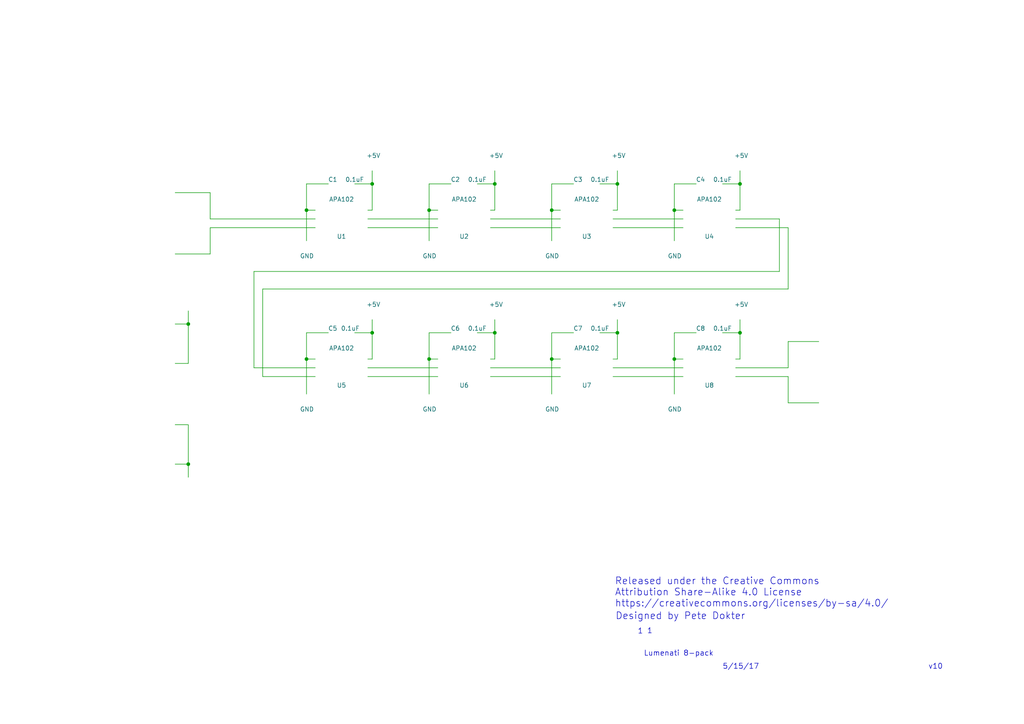
<source format=kicad_sch>
(kicad_sch (version 20230121) (generator eeschema)
  (paper "A4")
  (lib_symbols)
  (junction (at 160.02 104.14))
  (junction (at 195.58 60.96))
  (junction (at 54.61 134.62))
  (junction (at 179.07 96.52))
  (junction (at 214.63 96.52))
  (junction (at 124.46 104.14))
  (junction (at 160.02 60.96))
  (junction (at 54.61 93.98))
  (junction (at 179.07 53.34))
  (junction (at 88.9 104.14))
  (junction (at 88.9 60.96))
  (junction (at 214.63 53.34))
  (junction (at 107.95 53.34))
  (junction (at 124.46 60.96))
  (junction (at 143.51 96.52))
  (junction (at 107.95 96.52))
  (junction (at 143.51 53.34))
  (junction (at 195.58 104.14))
  (wire (pts (xy 130.81 96.52) (xy 124.46 96.52)))
  (wire (pts (xy 179.07 60.96) (xy 177.8 60.96)))
  (wire (pts (xy 166.37 53.34) (xy 160.02 53.34)))
  (wire (pts (xy 228.6 66.04) (xy 228.6 83.82)))
  (wire (pts (xy 142.24 106.68) (xy 162.56 106.68)))
  (wire (pts (xy 54.61 93.98) (xy 54.61 105.41)))
  (wire (pts (xy 201.93 53.34) (xy 195.58 53.34)))
  (wire (pts (xy 177.8 109.22) (xy 198.12 109.22)))
  (wire (pts (xy 106.68 66.04) (xy 127 66.04)))
  (wire (pts (xy 214.63 92.71) (xy 214.63 96.52)))
  (wire (pts (xy 106.68 109.22) (xy 127 109.22)))
  (wire (pts (xy 124.46 104.14) (xy 124.46 114.3)))
  (wire (pts (xy 73.66 78.74) (xy 73.66 106.68)))
  (wire (pts (xy 107.95 49.53) (xy 107.95 53.34)))
  (wire (pts (xy 209.55 53.34) (xy 214.63 53.34)))
  (wire (pts (xy 214.63 96.52) (xy 214.63 104.14)))
  (wire (pts (xy 179.07 96.52) (xy 179.07 104.14)))
  (wire (pts (xy 226.06 63.5) (xy 226.06 78.74)))
  (wire (pts (xy 143.51 104.14) (xy 142.24 104.14)))
  (wire (pts (xy 198.12 60.96) (xy 195.58 60.96)))
  (wire (pts (xy 228.6 106.68) (xy 228.6 99.06)))
  (wire (pts (xy 214.63 49.53) (xy 214.63 53.34)))
  (wire (pts (xy 201.93 96.52) (xy 195.58 96.52)))
  (wire (pts (xy 209.55 96.52) (xy 214.63 96.52)))
  (wire (pts (xy 73.66 106.68) (xy 91.44 106.68)))
  (wire (pts (xy 143.51 49.53) (xy 143.51 53.34)))
  (wire (pts (xy 162.56 60.96) (xy 160.02 60.96)))
  (wire (pts (xy 214.63 60.96) (xy 213.36 60.96)))
  (wire (pts (xy 213.36 106.68) (xy 228.6 106.68)))
  (wire (pts (xy 130.81 53.34) (xy 124.46 53.34)))
  (wire (pts (xy 50.8 134.62) (xy 54.61 134.62)))
  (wire (pts (xy 142.24 109.22) (xy 162.56 109.22)))
  (wire (pts (xy 124.46 60.96) (xy 124.46 69.85)))
  (wire (pts (xy 60.96 63.5) (xy 91.44 63.5)))
  (wire (pts (xy 143.51 60.96) (xy 142.24 60.96)))
  (wire (pts (xy 160.02 104.14) (xy 160.02 114.3)))
  (wire (pts (xy 124.46 96.52) (xy 124.46 104.14)))
  (wire (pts (xy 142.24 66.04) (xy 162.56 66.04)))
  (wire (pts (xy 50.8 73.66) (xy 60.96 73.66)))
  (wire (pts (xy 107.95 104.14) (xy 106.68 104.14)))
  (wire (pts (xy 228.6 109.22) (xy 228.6 116.84)))
  (wire (pts (xy 88.9 96.52) (xy 88.9 104.14)))
  (wire (pts (xy 177.8 63.5) (xy 198.12 63.5)))
  (wire (pts (xy 166.37 96.52) (xy 160.02 96.52)))
  (wire (pts (xy 102.87 96.52) (xy 107.95 96.52)))
  (wire (pts (xy 50.8 123.19) (xy 54.61 123.19)))
  (wire (pts (xy 177.8 106.68) (xy 198.12 106.68)))
  (wire (pts (xy 54.61 105.41) (xy 50.8 105.41)))
  (wire (pts (xy 107.95 53.34) (xy 107.95 60.96)))
  (wire (pts (xy 138.43 96.52) (xy 143.51 96.52)))
  (wire (pts (xy 138.43 53.34) (xy 143.51 53.34)))
  (wire (pts (xy 60.96 73.66) (xy 60.96 66.04)))
  (wire (pts (xy 214.63 104.14) (xy 213.36 104.14)))
  (wire (pts (xy 127 104.14) (xy 124.46 104.14)))
  (wire (pts (xy 106.68 63.5) (xy 127 63.5)))
  (wire (pts (xy 50.8 55.88) (xy 60.96 55.88)))
  (wire (pts (xy 88.9 60.96) (xy 88.9 69.85)))
  (wire (pts (xy 54.61 134.62) (xy 54.61 138.43)))
  (wire (pts (xy 179.07 92.71) (xy 179.07 96.52)))
  (wire (pts (xy 142.24 63.5) (xy 162.56 63.5)))
  (wire (pts (xy 106.68 106.68) (xy 127 106.68)))
  (wire (pts (xy 195.58 53.34) (xy 195.58 60.96)))
  (wire (pts (xy 91.44 109.22) (xy 76.2 109.22)))
  (wire (pts (xy 213.36 63.5) (xy 226.06 63.5)))
  (wire (pts (xy 195.58 60.96) (xy 195.58 69.85)))
  (wire (pts (xy 127 60.96) (xy 124.46 60.96)))
  (wire (pts (xy 54.61 123.19) (xy 54.61 134.62)))
  (wire (pts (xy 214.63 53.34) (xy 214.63 60.96)))
  (wire (pts (xy 228.6 66.04) (xy 213.36 66.04)))
  (wire (pts (xy 102.87 53.34) (xy 107.95 53.34)))
  (wire (pts (xy 143.51 92.71) (xy 143.51 96.52)))
  (wire (pts (xy 88.9 53.34) (xy 95.25 53.34)))
  (wire (pts (xy 107.95 92.71) (xy 107.95 96.52)))
  (wire (pts (xy 143.51 53.34) (xy 143.51 60.96)))
  (wire (pts (xy 91.44 104.14) (xy 88.9 104.14)))
  (wire (pts (xy 179.07 49.53) (xy 179.07 53.34)))
  (wire (pts (xy 91.44 60.96) (xy 88.9 60.96)))
  (wire (pts (xy 177.8 66.04) (xy 198.12 66.04)))
  (wire (pts (xy 50.8 93.98) (xy 54.61 93.98)))
  (wire (pts (xy 162.56 104.14) (xy 160.02 104.14)))
  (wire (pts (xy 228.6 99.06) (xy 237.49 99.06)))
  (wire (pts (xy 195.58 96.52) (xy 195.58 104.14)))
  (wire (pts (xy 179.07 104.14) (xy 177.8 104.14)))
  (wire (pts (xy 198.12 104.14) (xy 195.58 104.14)))
  (wire (pts (xy 107.95 60.96) (xy 106.68 60.96)))
  (wire (pts (xy 107.95 96.52) (xy 107.95 104.14)))
  (wire (pts (xy 88.9 104.14) (xy 88.9 114.3)))
  (wire (pts (xy 228.6 116.84) (xy 237.49 116.84)))
  (wire (pts (xy 60.96 66.04) (xy 91.44 66.04)))
  (wire (pts (xy 54.61 90.17) (xy 54.61 93.98)))
  (wire (pts (xy 76.2 83.82) (xy 76.2 109.22)))
  (wire (pts (xy 226.06 78.74) (xy 73.66 78.74)))
  (wire (pts (xy 124.46 53.34) (xy 124.46 60.96)))
  (wire (pts (xy 179.07 53.34) (xy 179.07 60.96)))
  (wire (pts (xy 60.96 55.88) (xy 60.96 63.5)))
  (wire (pts (xy 160.02 60.96) (xy 160.02 69.85)))
  (wire (pts (xy 143.51 96.52) (xy 143.51 104.14)))
  (wire (pts (xy 173.99 53.34) (xy 179.07 53.34)))
  (wire (pts (xy 213.36 109.22) (xy 228.6 109.22)))
  (wire (pts (xy 195.58 104.14) (xy 195.58 114.3)))
  (wire (pts (xy 160.02 53.34) (xy 160.02 60.96)))
  (wire (pts (xy 228.6 83.82) (xy 76.2 83.82)))
  (wire (pts (xy 88.9 96.52) (xy 95.25 96.52)))
  (wire (pts (xy 173.99 96.52) (xy 179.07 96.52)))
  (wire (pts (xy 160.02 96.52) (xy 160.02 104.14)))
  (wire (pts (xy 88.9 53.34) (xy 88.9 60.96)))
  (text "v10" (at 269.24 194.31 0) (effects (font (size 1.524 1.524)) (justify left bottom)))
  (text "Released under the Creative Commons\nAttribution Share-Alike 4.0 License\nhttps://creativecommons.org/licenses/by-sa/4.0/" (at 178.308 176.3014 0) (effects (font (size 2.0066 2.0066)) (justify left bottom)))
  (text "1" (at 187.6552 183.9976 0) (effects (font (size 1.524 1.524)) (justify left bottom)))
  (text "1" (at 184.912 184.0738 0) (effects (font (size 1.524 1.524)) (justify left bottom)))
  (text "Designed by Pete Dokter" (at 178.4604 179.959 0) (effects (font (size 2.0066 2.0066)) (justify left bottom)))
  (text "Lumenati 8-pack" (at 186.69 190.5 0) (effects (font (size 1.524 1.524)) (justify left bottom)))
  (text "5/15/17" (at 209.55 194.31 0) (effects (font (size 1.524 1.524)) (justify left bottom)))
  (symbol (lib_id "APA102") (at 99.06 63.5 0) (mirror x) (unit 1)
    (property "Reference" "U1" (at 99.06 68.58 0))
    (property "Value" "APA102" (at 99.06 57.8104 0))
    (property "Footprint" "Pete:APA102" (effects hide))
    (property "Datasheet" "DOCUMENTATION" (effects hide))
  )
  (symbol (lib_id "APA102") (at 134.62 63.5 0) (mirror x) (unit 1)
    (property "Reference" "U2" (at 134.62 68.58 0))
    (property "Value" "APA102" (at 134.62 57.8104 0))
    (property "Footprint" "Pete:APA102" (effects hide))
    (property "Datasheet" "DOCUMENTATION" (effects hide))
  )
  (symbol (lib_id "APA102") (at 170.18 63.5 0) (mirror x) (unit 1)
    (property "Reference" "U3" (at 170.18 68.58 0))
    (property "Value" "APA102" (at 170.18 57.8104 0))
    (property "Footprint" "Pete:APA102" (effects hide))
    (property "Datasheet" "DOCUMENTATION" (effects hide))
  )
  (symbol (lib_id "APA102") (at 205.74 63.5 0) (mirror x) (unit 1)
    (property "Reference" "U4" (at 205.74 68.58 0))
    (property "Value" "APA102" (at 205.74 57.8104 0))
    (property "Footprint" "Pete:APA102" (effects hide))
    (property "Datasheet" "DOCUMENTATION" (effects hide))
  )
  (symbol (lib_id "APA102") (at 99.06 106.68 0) (mirror x) (unit 1)
    (property "Reference" "U5" (at 99.06 111.76 0))
    (property "Value" "APA102" (at 99.06 100.9904 0))
    (property "Footprint" "Pete:APA102" (effects hide))
    (property "Datasheet" "DOCUMENTATION" (effects hide))
  )
  (symbol (lib_id "APA102") (at 134.62 106.68 0) (mirror x) (unit 1)
    (property "Reference" "U6" (at 134.62 111.76 0))
    (property "Value" "APA102" (at 134.62 100.9904 0))
    (property "Footprint" "Pete:APA102" (effects hide))
    (property "Datasheet" "DOCUMENTATION" (effects hide))
  )
  (symbol (lib_id "APA102") (at 170.18 106.68 0) (mirror x) (unit 1)
    (property "Reference" "U7" (at 170.18 111.76 0))
    (property "Value" "APA102" (at 170.18 100.9904 0))
    (property "Footprint" "Pete:APA102" (effects hide))
    (property "Datasheet" "DOCUMENTATION" (effects hide))
  )
  (symbol (lib_id "APA102") (at 205.74 106.68 0) (mirror x) (unit 1)
    (property "Reference" "U8" (at 205.74 111.76 0))
    (property "Value" "APA102" (at 205.74 100.9904 0))
    (property "Footprint" "Pete:APA102" (effects hide))
    (property "Datasheet" "DOCUMENTATION" (effects hide))
  )
  (symbol (lib_id "C") (at 99.06 53.34 270) (unit 1)
    (property "Reference" "C1" (at 96.52 52.07 90))
    (property "Value" "0.1uF" (at 102.87 52.07 90))
    (property "Footprint" "SparkFun-Capacitors:0603" (effects hide))
  )
  (symbol (lib_id "C") (at 134.62 53.34 270) (unit 1)
    (property "Reference" "C2" (at 132.08 52.07 90))
    (property "Value" "0.1uF" (at 138.43 52.07 90))
    (property "Footprint" "SparkFun-Capacitors:0603" (effects hide))
  )
  (symbol (lib_id "C") (at 170.18 53.34 270) (unit 1)
    (property "Reference" "C3" (at 167.64 52.07 90))
    (property "Value" "0.1uF" (at 173.99 52.07 90))
    (property "Footprint" "SparkFun-Capacitors:0603" (effects hide))
  )
  (symbol (lib_id "C") (at 205.74 53.34 270) (unit 1)
    (property "Reference" "C4" (at 203.2 52.07 90))
    (property "Value" "0.1uF" (at 209.55 52.07 90))
    (property "Footprint" "SparkFun-Capacitors:0603" (effects hide))
  )
  (symbol (lib_id "C") (at 99.06 96.52 270) (unit 1)
    (property "Reference" "C5" (at 96.52 95.25 90))
    (property "Value" "0.1uF" (at 101.6 95.25 90))
    (property "Footprint" "SparkFun-Capacitors:0603" (effects hide))
  )
  (symbol (lib_id "C") (at 134.62 96.52 270) (unit 1)
    (property "Reference" "C6" (at 132.08 95.25 90))
    (property "Value" "0.1uF" (at 138.43 95.25 90))
    (property "Footprint" "SparkFun-Capacitors:0603" (effects hide))
  )
  (symbol (lib_id "C") (at 170.18 96.52 270) (unit 1)
    (property "Reference" "C7" (at 167.64 95.25 90))
    (property "Value" "0.1uF" (at 173.99 95.25 90))
    (property "Footprint" "SparkFun-Capacitors:0603" (effects hide))
  )
  (symbol (lib_id "C") (at 205.74 96.52 270) (unit 1)
    (property "Reference" "C8" (at 203.2 95.25 90))
    (property "Value" "0.1uF" (at 209.55 95.25 90))
    (property "Footprint" "SparkFun-Capacitors:0603" (effects hide))
  )
  (symbol (lib_id "+5V") (at 107.95 49.53 0) (unit 1)
    (property "Reference" "#PWR01" (effects hide))
    (property "Value" "+5V" (at 108.331 45.1358 0))
  )
  (symbol (lib_id "GND") (at 195.58 69.85 0) (unit 1)
    (property "Reference" "#PWR02" (effects hide))
    (property "Value" "GND" (at 195.707 74.2442 0))
  )
  (symbol (lib_id "GND") (at 195.58 114.3 0) (unit 1)
    (property "Reference" "#PWR03" (effects hide))
    (property "Value" "GND" (at 195.707 118.6942 0))
  )
  (symbol (lib_id "M01PTH") (at 43.18 93.98 0) (unit 1)
    (property "Reference" "J3" (at 43.18 90.17 0))
    (property "Value" "5V" (at 43.18 97.79 0))
    (property "Footprint" "Pete:solder_pad_2" (effects hide))
  )
  (symbol (lib_id "M01PTH") (at 43.18 134.62 0) (unit 1)
    (property "Reference" "J4" (at 43.18 130.81 0))
    (property "Value" "GND" (at 43.18 138.43 0))
    (property "Footprint" "Pete:solder_pad_2" (effects hide))
  )
  (symbol (lib_id "M01PTH") (at 43.18 55.88 0) (unit 1)
    (property "Reference" "J1" (at 43.18 52.07 0))
    (property "Value" "CI" (at 43.18 59.69 0))
    (property "Footprint" "Pete:solder_pad_2" (effects hide))
  )
  (symbol (lib_id "M01PTH") (at 43.18 73.66 0) (unit 1)
    (property "Reference" "J2" (at 43.18 69.85 0))
    (property "Value" "DI" (at 43.18 77.47 0))
    (property "Footprint" "Pete:solder_pad_2" (effects hide))
  )
  (symbol (lib_id "M01PTH") (at 245.11 99.06 180) (unit 1)
    (property "Reference" "J5" (at 243.84 95.25 0) (effects (justify right)))
    (property "Value" "CO" (at 243.84 102.87 0) (effects (justify right)))
    (property "Footprint" "Pete:solder_pad_2" (effects hide))
  )
  (symbol (lib_id "M01PTH") (at 245.11 116.84 180) (unit 1)
    (property "Reference" "J6" (at 243.84 113.03 0) (effects (justify right)))
    (property "Value" "DO" (at 243.84 120.65 0) (effects (justify right)))
    (property "Footprint" "Pete:solder_pad_2" (effects hide))
  )
  (symbol (lib_id "+5V") (at 107.95 92.71 0) (unit 1)
    (property "Reference" "#PWR04" (effects hide))
    (property "Value" "+5V" (at 108.331 88.3158 0))
  )
  (symbol (lib_id "+5V") (at 54.61 90.17 0) (unit 1)
    (property "Reference" "#PWR05" (effects hide))
    (property "Value" "+5V" (at 54.991 85.7758 0))
  )
  (symbol (lib_id "GND") (at 54.61 138.43 0) (unit 1)
    (property "Reference" "#PWR06" (effects hide))
    (property "Value" "GND" (at 54.737 142.8242 0))
  )
  (symbol (lib_id "+5V") (at 143.51 92.71 0) (unit 1)
    (property "Reference" "#PWR?" (effects hide))
    (property "Value" "+5V" (at 143.891 88.3158 0))
  )
  (symbol (lib_id "+5V") (at 214.63 92.71 0) (unit 1)
    (property "Reference" "#PWR?" (effects hide))
    (property "Value" "+5V" (at 215.011 88.3158 0))
  )
  (symbol (lib_id "+5V") (at 179.07 92.71 0) (unit 1)
    (property "Reference" "#PWR?" (effects hide))
    (property "Value" "+5V" (at 179.451 88.3158 0))
  )
  (symbol (lib_id "GND") (at 160.02 114.3 0) (unit 1)
    (property "Reference" "#PWR?" (effects hide))
    (property "Value" "GND" (at 160.147 118.6942 0))
  )
  (symbol (lib_id "GND") (at 124.46 114.3 0) (unit 1)
    (property "Reference" "#PWR?" (effects hide))
    (property "Value" "GND" (at 124.587 118.6942 0))
  )
  (symbol (lib_id "GND") (at 88.9 114.3 0) (unit 1)
    (property "Reference" "#PWR?" (effects hide))
    (property "Value" "GND" (at 89.027 118.6942 0))
  )
  (symbol (lib_id "+5V") (at 143.51 49.53 0) (unit 1)
    (property "Reference" "#PWR?" (effects hide))
    (property "Value" "+5V" (at 143.891 45.1358 0))
  )
  (symbol (lib_id "+5V") (at 179.07 49.53 0) (unit 1)
    (property "Reference" "#PWR?" (effects hide))
    (property "Value" "+5V" (at 179.451 45.1358 0))
  )
  (symbol (lib_id "+5V") (at 214.63 49.53 0) (unit 1)
    (property "Reference" "#PWR?" (effects hide))
    (property "Value" "+5V" (at 215.011 45.1358 0))
  )
  (symbol (lib_id "GND") (at 160.02 69.85 0) (unit 1)
    (property "Reference" "#PWR?" (effects hide))
    (property "Value" "GND" (at 160.147 74.2442 0))
  )
  (symbol (lib_id "GND") (at 124.46 69.85 0) (unit 1)
    (property "Reference" "#PWR?" (effects hide))
    (property "Value" "GND" (at 124.587 74.2442 0))
  )
  (symbol (lib_id "GND") (at 88.9 69.85 0) (unit 1)
    (property "Reference" "#PWR?" (effects hide))
    (property "Value" "GND" (at 89.027 74.2442 0))
  )
  (symbol (lib_id "M01PTH") (at 43.18 105.41 0) (unit 1)
    (property "Reference" "J7" (at 43.18 101.6 0))
    (property "Value" "5V" (at 43.18 109.22 0))
    (property "Footprint" "Pete:solder_pad_2" (effects hide))
  )
  (symbol (lib_id "M01PTH") (at 43.18 123.19 0) (unit 1)
    (property "Reference" "J8" (at 43.18 119.38 0))
    (property "Value" "GND" (at 43.18 127 0))
    (property "Footprint" "Pete:solder_pad_2" (effects hide))
  )
  (symbol (lib_id "OSHW-LOGOMINI") (at 158.75 184.15 0) (unit 1)
    (property "Reference" "LOGO?" (effects hide))
    (property "Value" "OSHW-LOGOMINI" (effects hide))
    (property "Footprint" "OSHW-LOGO-MINI" (effects hide))
  )
  (symbol (lib_id "SFE_LOGO_NAME_FLAME.1_INCH") (at 86.36 196.85 0) (unit 1)
    (property "Reference" "LOGO?" (effects hide))
    (property "Value" "SFE_LOGO_NAME_FLAME.1_INCH" (effects hide))
    (property "Footprint" "SFE_LOGO_NAME_FLAME_.1" (effects hide))
  )
  (symbol (lib_id "FIDUCIAL1X2") (at 280.67 157.48 0) (unit 1)
    (property "Reference" "FD?" (effects hide))
    (property "Value" "FIDUCIAL1X2" (effects hide))
    (property "Footprint" "FIDUCIAL-1X2" (effects hide))
    (property "Field4" "XXX-00000" (effects hide))
  )
  (symbol (lib_id "FIDUCIAL1X2") (at 280.67 162.56 0) (unit 1)
    (property "Reference" "FD?" (effects hide))
    (property "Value" "FIDUCIAL1X2" (effects hide))
    (property "Footprint" "FIDUCIAL-1X2" (effects hide))
    (property "Field4" "XXX-00000" (effects hide))
  )
)
</source>
